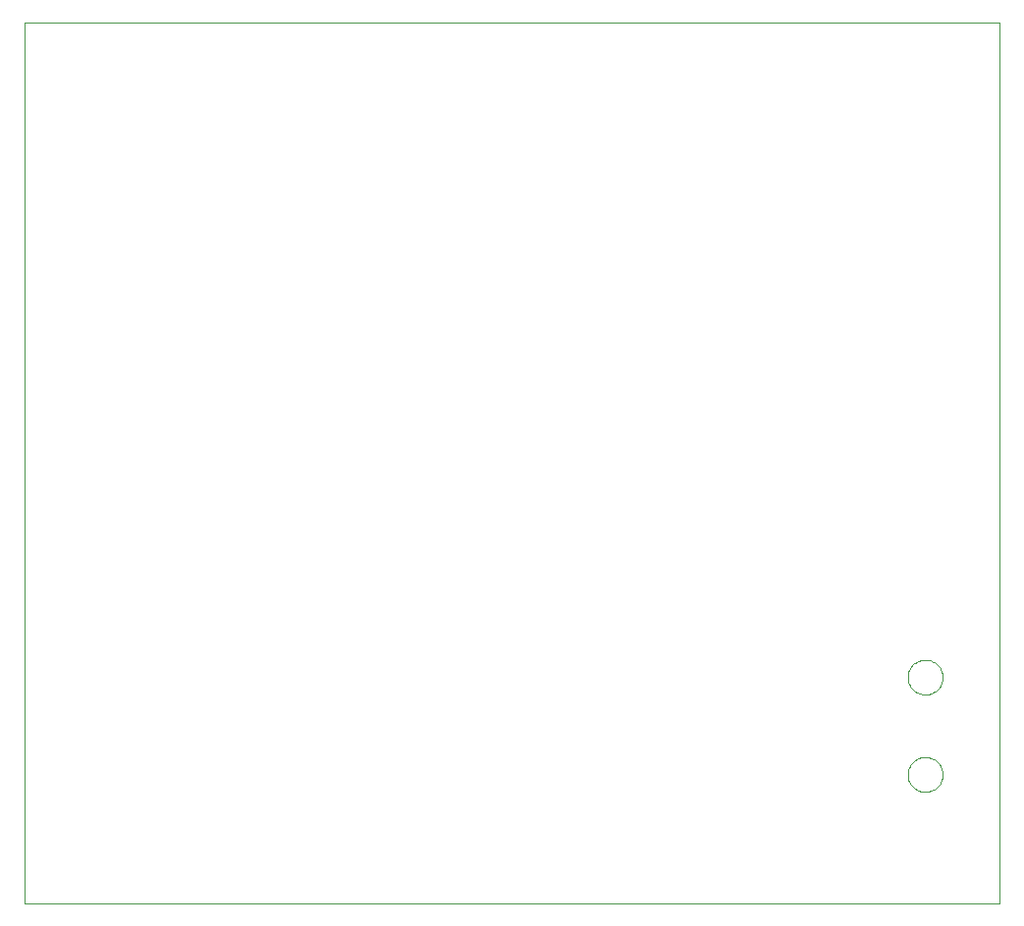
<source format=gko>
G75*
G70*
%OFA0B0*%
%FSLAX24Y24*%
%IPPOS*%
%LPD*%
%AMOC8*
5,1,8,0,0,1.08239X$1,22.5*
%
%ADD10C,0.0039*%
%ADD11C,0.0000*%
D10*
X005562Y005244D02*
X005562Y035165D01*
X038633Y035165D01*
X038633Y005244D01*
X005562Y005244D01*
D11*
X035532Y009624D02*
X035534Y009672D01*
X035540Y009720D01*
X035550Y009767D01*
X035563Y009813D01*
X035581Y009858D01*
X035601Y009902D01*
X035626Y009944D01*
X035654Y009983D01*
X035684Y010020D01*
X035718Y010054D01*
X035755Y010086D01*
X035793Y010115D01*
X035834Y010140D01*
X035877Y010162D01*
X035922Y010180D01*
X035968Y010194D01*
X036015Y010205D01*
X036063Y010212D01*
X036111Y010215D01*
X036159Y010214D01*
X036207Y010209D01*
X036255Y010200D01*
X036301Y010188D01*
X036346Y010171D01*
X036390Y010151D01*
X036432Y010128D01*
X036472Y010101D01*
X036510Y010071D01*
X036545Y010038D01*
X036577Y010002D01*
X036607Y009964D01*
X036633Y009923D01*
X036655Y009880D01*
X036675Y009836D01*
X036690Y009791D01*
X036702Y009744D01*
X036710Y009696D01*
X036714Y009648D01*
X036714Y009600D01*
X036710Y009552D01*
X036702Y009504D01*
X036690Y009457D01*
X036675Y009412D01*
X036655Y009368D01*
X036633Y009325D01*
X036607Y009284D01*
X036577Y009246D01*
X036545Y009210D01*
X036510Y009177D01*
X036472Y009147D01*
X036432Y009120D01*
X036390Y009097D01*
X036346Y009077D01*
X036301Y009060D01*
X036255Y009048D01*
X036207Y009039D01*
X036159Y009034D01*
X036111Y009033D01*
X036063Y009036D01*
X036015Y009043D01*
X035968Y009054D01*
X035922Y009068D01*
X035877Y009086D01*
X035834Y009108D01*
X035793Y009133D01*
X035755Y009162D01*
X035718Y009194D01*
X035684Y009228D01*
X035654Y009265D01*
X035626Y009304D01*
X035601Y009346D01*
X035581Y009390D01*
X035563Y009435D01*
X035550Y009481D01*
X035540Y009528D01*
X035534Y009576D01*
X035532Y009624D01*
X035532Y012931D02*
X035534Y012979D01*
X035540Y013027D01*
X035550Y013074D01*
X035563Y013120D01*
X035581Y013165D01*
X035601Y013209D01*
X035626Y013251D01*
X035654Y013290D01*
X035684Y013327D01*
X035718Y013361D01*
X035755Y013393D01*
X035793Y013422D01*
X035834Y013447D01*
X035877Y013469D01*
X035922Y013487D01*
X035968Y013501D01*
X036015Y013512D01*
X036063Y013519D01*
X036111Y013522D01*
X036159Y013521D01*
X036207Y013516D01*
X036255Y013507D01*
X036301Y013495D01*
X036346Y013478D01*
X036390Y013458D01*
X036432Y013435D01*
X036472Y013408D01*
X036510Y013378D01*
X036545Y013345D01*
X036577Y013309D01*
X036607Y013271D01*
X036633Y013230D01*
X036655Y013187D01*
X036675Y013143D01*
X036690Y013098D01*
X036702Y013051D01*
X036710Y013003D01*
X036714Y012955D01*
X036714Y012907D01*
X036710Y012859D01*
X036702Y012811D01*
X036690Y012764D01*
X036675Y012719D01*
X036655Y012675D01*
X036633Y012632D01*
X036607Y012591D01*
X036577Y012553D01*
X036545Y012517D01*
X036510Y012484D01*
X036472Y012454D01*
X036432Y012427D01*
X036390Y012404D01*
X036346Y012384D01*
X036301Y012367D01*
X036255Y012355D01*
X036207Y012346D01*
X036159Y012341D01*
X036111Y012340D01*
X036063Y012343D01*
X036015Y012350D01*
X035968Y012361D01*
X035922Y012375D01*
X035877Y012393D01*
X035834Y012415D01*
X035793Y012440D01*
X035755Y012469D01*
X035718Y012501D01*
X035684Y012535D01*
X035654Y012572D01*
X035626Y012611D01*
X035601Y012653D01*
X035581Y012697D01*
X035563Y012742D01*
X035550Y012788D01*
X035540Y012835D01*
X035534Y012883D01*
X035532Y012931D01*
M02*

</source>
